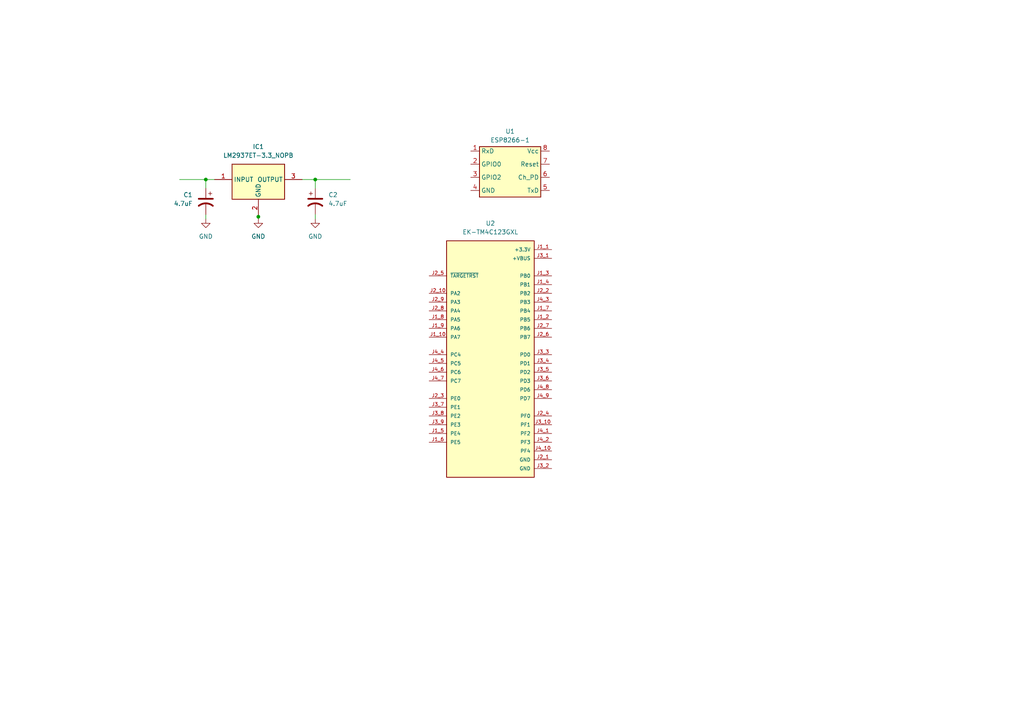
<source format=kicad_sch>
(kicad_sch (version 20250114) (generator "eeschema") (generator_version "9.0")
  (paper "A4")
  (lib_symbols
    (symbol "ECE445L:C_Polarized" (pin_numbers (hide yes)) (pin_names (offset 0.254) (hide yes))
      (property "Reference" "C" (at 0.635 2.54 0))
      (property "Value" "C_Polarized" (at 0.635 -2.54 0))
      (symbol "C_Polarized_0_1"
        (polyline (pts (xy -2.032 0.762) (xy 2.032 0.762)) (stroke (width 0.508)))
        (polyline (pts (xy -1.778 2.286) (xy -0.762 2.286)))
        (polyline (pts (xy -1.27 1.778) (xy -1.27 2.794)))
        (arc (start -2.032 -1.27) (mid 0 -0.5572) (end 2.032 -1.27) (stroke (width 0.508)))
      )
      (symbol "C_Polarized_1_1"
        (pin passive line (at 0 3.81 270) (length 2.794) (name "~") (number "1"))
        (pin passive line (at 0 -3.81 90) (length 3.302) (name "~") (number "2"))
      )
    )
    (symbol "ECE445L:EK-TM4C123GXL" (pin_names (offset 1.016))
      (property "Reference" "U?" (at -12.7367 34.3099 0))
      (property "Value" "EK-TM4C123GXL" (at -12.7129 -38.1075 0))
      (symbol "EK-TM4C123GXL_0_0"
        (rectangle (start -12.7 -35.56) (end 12.7 33.02) (stroke (width 0.254)) (fill (type background)))
        (pin input line (at -17.78 22.86 0) (length 5.08) (name "~{TARGETRST}") (number "J2_5"))
        (pin bidirectional line (at -17.78 17.78 0) (length 5.08) (name "PA2") (number "J2_10"))
        (pin bidirectional line (at -17.78 15.24 0) (length 5.08) (name "PA3") (number "J2_9"))
        (pin bidirectional line (at -17.78 12.7 0) (length 5.08) (name "PA4") (number "J2_8"))
        (pin bidirectional line (at -17.78 10.16 0) (length 5.08) (name "PA5") (number "J1_8"))
        (pin bidirectional line (at -17.78 7.62 0) (length 5.08) (name "PA6") (number "J1_9"))
        (pin bidirectional line (at -17.78 5.08 0) (length 5.08) (name "PA7") (number "J1_10"))
        (pin bidirectional line (at -17.78 0 0) (length 5.08) (name "PC4") (number "J4_4"))
        (pin bidirectional line (at -17.78 -2.54 0) (length 5.08) (name "PC5") (number "J4_5"))
        (pin bidirectional line (at -17.78 -5.08 0) (length 5.08) (name "PC6") (number "J4_6"))
        (pin bidirectional line (at -17.78 -7.62 0) (length 5.08) (name "PC7") (number "J4_7"))
        (pin bidirectional line (at -17.78 -12.7 0) (length 5.08) (name "PE0") (number "J2_3"))
        (pin bidirectional line (at -17.78 -15.24 0) (length 5.08) (name "PE1") (number "J3_7"))
        (pin bidirectional line (at -17.78 -17.78 0) (length 5.08) (name "PE2") (number "J3_8"))
        (pin bidirectional line (at -17.78 -20.32 0) (length 5.08) (name "PE3") (number "J3_9"))
        (pin bidirectional line (at -17.78 -22.86 0) (length 5.08) (name "PE4") (number "J1_5"))
        (pin bidirectional line (at -17.78 -25.4 0) (length 5.08) (name "PE5") (number "J1_6"))
        (pin power_in line (at 17.78 30.48 180) (length 5.08) (name "+3.3V") (number "J1_1"))
        (pin power_in line (at 17.78 27.94 180) (length 5.08) (name "+VBUS") (number "J3_1"))
        (pin bidirectional line (at 17.78 22.86 180) (length 5.08) (name "PB0") (number "J1_3"))
        (pin bidirectional line (at 17.78 20.32 180) (length 5.08) (name "PB1") (number "J1_4"))
        (pin bidirectional line (at 17.78 17.78 180) (length 5.08) (name "PB2") (number "J2_2"))
        (pin bidirectional line (at 17.78 15.24 180) (length 5.08) (name "PB3") (number "J4_3"))
        (pin bidirectional line (at 17.78 12.7 180) (length 5.08) (name "PB4") (number "J1_7"))
        (pin bidirectional line (at 17.78 7.62 180) (length 5.08) (name "PB6") (number "J2_7"))
        (pin bidirectional line (at 17.78 5.08 180) (length 5.08) (name "PB7") (number "J2_6"))
        (pin bidirectional line (at 17.78 0 180) (length 5.08) (name "PD0") (number "J3_3"))
        (pin bidirectional line (at 17.78 -2.54 180) (length 5.08) (name "PD1") (number "J3_4"))
        (pin bidirectional line (at 17.78 -5.08 180) (length 5.08) (name "PD2") (number "J3_5"))
        (pin bidirectional line (at 17.78 -7.62 180) (length 5.08) (name "PD3") (number "J3_6"))
        (pin bidirectional line (at 17.78 -10.16 180) (length 5.08) (name "PD6") (number "J4_8"))
        (pin bidirectional line (at 17.78 -12.7 180) (length 5.08) (name "PD7") (number "J4_9"))
        (pin bidirectional line (at 17.78 -17.78 180) (length 5.08) (name "PF0") (number "J2_4"))
        (pin bidirectional line (at 17.78 -20.32 180) (length 5.08) (name "PF1") (number "J3_10"))
        (pin bidirectional line (at 17.78 -22.86 180) (length 5.08) (name "PF2") (number "J4_1"))
        (pin bidirectional line (at 17.78 -25.4 180) (length 5.08) (name "PF3") (number "J4_2"))
        (pin bidirectional line (at 17.78 -27.94 180) (length 5.08) (name "PF4") (number "J4_10"))
        (pin power_in line (at 17.78 -30.48 180) (length 5.08) (name "GND") (number "J2_1"))
        (pin power_in line (at 17.78 -33.02 180) (length 5.08) (name "GND") (number "J3_2"))
      )
      (symbol "EK-TM4C123GXL_1_0"
        (pin bidirectional line (at 17.78 10.16 180) (length 5.08) (name "PB5") (number "J1_2"))
      )
    )
    (symbol "ECE445L:ESP8266-1"
      (property "Reference" "U" (at 0 0 0))
      (property "Value" "ESP8266-1" (at 0 8.255 0))
      (symbol "ESP8266-1_1_1"
        (rectangle (start -8.255 6.985) (end 9.525 -7.62) (stroke (width 0.254)) (fill (type background)))
        (pin passive line (at -10.795 5.715 0) (length 2.54) (name "RxD") (number "1"))
        (pin passive line (at -10.795 1.905 0) (length 2.54) (name "GPIO0") (number "2"))
        (pin passive line (at -10.795 -1.905 0) (length 2.54) (name "GPIO2") (number "3"))
        (pin passive line (at -10.795 -5.715 0) (length 2.54) (name "GND") (number "4"))
        (pin passive line (at 12.065 5.715 180) (length 2.54) (name "Vcc") (number "8"))
        (pin passive line (at 12.065 1.905 180) (length 2.54) (name "Reset") (number "7"))
        (pin passive line (at 12.065 -1.905 180) (length 2.54) (name "Ch_PD") (number "6"))
        (pin passive line (at 12.065 -5.715 180) (length 2.54) (name "TxD") (number "5"))
      )
    )
    (symbol "ECE445L:LM2937ET-3.3_NOPB"
      (property "Reference" "IC" (at 12.065 1.905 0))
      (property "Value" "LM2937ET-3.3_NOPB" (at 5.08 4.445 0))
      (symbol "LM2937ET-3.3_NOPB_1_1"
        (rectangle (start 5.08 2.54) (end 20.32 -7.62) (stroke (width 0.254)) (fill (type background)))
        (pin power_in line (at 0 -1.905 0) (length 5.08) (name "INPUT") (number "1"))
        (pin passive line (at 12.7 -12.7 90) (length 5.08) (name "GND") (number "2"))
        (pin power_out line (at 25.4 -1.905 180) (length 5.08) (name "OUTPUT") (number "3"))
      )
    )
    (symbol "power:GND" (power) (pin_numbers (hide yes)) (pin_names (offset 0) (hide yes))
      (property "Value" "GND" (at 0 -3.81 0))
      (symbol "GND_0_1"
        (polyline (pts (xy 0 0) (xy 0 -1.27) (xy 1.27 -1.27) (xy 0 -2.54) (xy -1.27 -1.27) (xy 0 -1.27)))
      )
      (symbol "GND_1_1"
        (pin power_in line (at 0 0 270) (length 0) (name "~") (number "1"))
      )
    )
  )
  (junction (at 91.44 52.07))
  (junction (at 59.69 52.07))
  (junction (at 74.93 62.865))
  (wire (pts (xy 59.69 52.07) (xy 62.23 52.07)))
  (wire (pts (xy 74.93 62.23) (xy 74.93 62.865)))
  (wire (pts (xy 59.69 54.61) (xy 59.69 52.07)))
  (wire (pts (xy 91.44 52.07) (xy 91.44 54.61)))
  (wire (pts (xy 74.93 62.865) (xy 74.93 63.5)))
  (wire (pts (xy 91.44 52.07) (xy 101.6 52.07)))
  (wire (pts (xy 59.69 62.23) (xy 59.69 63.5)))
  (wire (pts (xy 87.63 52.07) (xy 91.44 52.07)))
  (wire (pts (xy 91.44 62.23) (xy 91.44 63.5)))
  (wire (pts (xy 52.07 52.07) (xy 59.69 52.07)))
  (symbol (lib_id "power:GND") (at 74.93 63.5 0) (unit 1)
    (property "Reference" "#PWR01" (effects (hide yes)))
    (property "Value" "GND" (at 74.93 68.58 0))
    (property "Description" "Power symbol creates a global label with name \"GND\" , ground" (effects (hide yes)))
  )
  (symbol (lib_id "power:GND") (at 91.44 63.5 0) (unit 1)
    (property "Reference" "#PWR03" (effects (hide yes)))
    (property "Value" "GND" (at 91.44 68.58 0))
    (property "Description" "Power symbol creates a global label with name \"GND\" , ground" (effects (hide yes)))
  )
  (symbol (lib_id "power:GND") (at 59.69 63.5 0) (unit 1)
    (property "Reference" "#PWR02" (effects (hide yes)))
    (property "Value" "GND" (at 59.69 68.58 0))
    (property "Description" "Power symbol creates a global label with name \"GND\" , ground" (effects (hide yes)))
  )
  (symbol (lib_id "ECE445L:EK-TM4C123GXL") (at 142.24 102.87 0) (unit 1)
    (property "Reference" "U2" (at 142.24 64.77 0))
    (property "Value" "EK-TM4C123GXL" (at 142.24 67.31 0))
    (property "Footprint" "ECE445L:ti_EKTM4C123GXL" (effects (hide yes)))
    (property "Datasheet" "https://www.ti.com/lit/ds/symlink/tm4c123gh6pm.pdf?ts=1693244962384&ref_url=https%253A%252F%252Fwww.google.com%252F" (effects (hide yes)))
    (property "Distributor" "Mouser" (effects (hide yes)))
    (property "Manufacturer" "Texas Instruments" (effects (hide yes)))
    (property "P/N" "EK-TM4C123GXL" (effects (hide yes)))
    (property "Cost" "22.60" (effects (hide yes)))
  )
  (symbol (lib_id "ECE445L:ESP8266-1") (at 147.32 49.53 0) (unit 1)
    (property "Reference" "U1" (at 147.955 38.1 0))
    (property "Value" "ESP8266-1" (at 147.955 40.64 0))
    (property "Footprint" "ECE445L:PinHeader_2x04_P2.54mm_Vertical" (effects (hide yes)))
    (property "Datasheet" "https://www.microchip.ua/wireless/esp01.pdf" (effects (hide yes)))
    (property "Description" "Wifi module" (effects (hide yes)))
  )
  (symbol (lib_id "ECE445L:C_Polarized") (at 91.44 58.42 0) (unit 1)
    (property "Reference" "C2" (at 95.25 56.5149 0) (effects (justify left)))
    (property "Value" "4.7uF" (at 95.25 59.0549 0) (effects (justify left)))
    (property "Footprint" "ECE445L:CP_Radial_Tantal200mil" (effects (hide yes)))
    (property "Description" "Polarized capacitor, US symbol" (effects (hide yes)))
  )
  (symbol (lib_id "ECE445L:C_Polarized") (at 59.69 58.42 0) (mirror y) (unit 1)
    (property "Reference" "C1" (at 55.88 56.5149 0) (effects (justify left)))
    (property "Value" "4.7uF" (at 55.88 59.0549 0) (effects (justify left)))
    (property "Footprint" "ECE445L:CP_Radial_Tantal200mil" (effects (hide yes)))
    (property "Description" "Polarized capacitor, US symbol" (effects (hide yes)))
  )
  (symbol (lib_id "ECE445L:LM2937ET-3.3_NOPB") (at 62.23 50.165 0) (unit 1)
    (property "Reference" "IC1" (at 74.93 42.545 0))
    (property "Value" "LM2937ET-3.3_NOPB" (at 74.93 45.085 0))
    (property "Footprint" "ECE445L:TO254P470X1028X1955-3P" (effects (hide yes)))
    (property "Datasheet" "http://www.ti.com/general/docs/suppproductinfo.tsp?distId=10&gotoUrl=http%3A%2F%2Fwww.ti.com%2Flit%2Fgpn%2Flm2937" (effects (hide yes)))
    (property "Description" "400mA and 500mA Voltage Regulator" (effects (hide yes)))
    (property "Height" "4.7" (effects (hide yes)))
    (property "Mouser Part Number" "926-LM2937ET-3.3NOPB" (effects (hide yes)))
    (property "Mouser Price/Stock" "https://www.mouser.co.uk/ProductDetail/Texas-Instruments/LM2937ET-3.3-NOPB?qs=X1J7HmVL2ZEMUke2IfNR4w%3D%3D" (effects (hide yes)))
    (property "Manufacturer_Name" "Texas Instruments" (effects (hide yes)))
    (property "Manufacturer_Part_Number" "LM2937ET-3.3/NOPB" (effects (hide yes)))
  )
)
</source>
